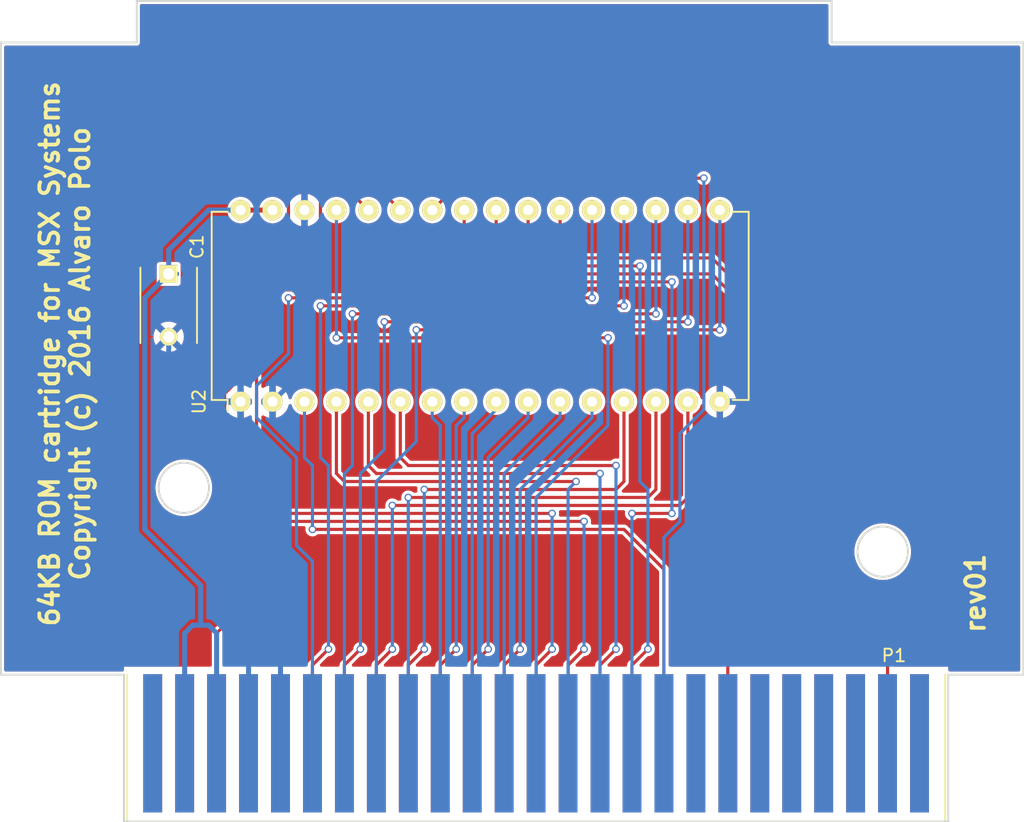
<source format=kicad_pcb>
(kicad_pcb (version 20211014) (generator pcbnew)
  (layers (0 "F.Cu" mixed) (31 "B.Cu" mixed) (34 "B.Paste" user) (35 "F.Paste" user) (36 "B.SilkS" user "B.Silkscreen") (37 "F.SilkS" user "F.Silkscreen") (38 "B.Mask" user) (39 "F.Mask" user) (44 "Edge.Cuts" user))
  (net 0 "")
  (net 1 "VCC")
  (net 2 "GND")
  (net 3 "/A9")
  (net 4 "/A11")
  (net 5 "/A7")
  (net 6 "/A12")
  (net 7 "/A14")
  (net 8 "/A1")
  (net 9 "/A3")
  (net 10 "/A5")
  (net 11 "/D1")
  (net 12 "/D3")
  (net 13 "/D5")
  (net 14 "/D7")
  (net 15 "Net-(P1-Pad44)")
  (net 16 "/D6")
  (net 17 "/D4")
  (net 18 "/D2")
  (net 19 "/D0")
  (net 20 "/A4")
  (net 21 "/A2")
  (net 22 "/A0")
  (net 23 "/A13")
  (net 24 "/A8")
  (net 25 "/A6")
  (net 26 "/A10")
  (net 27 "/A15")
  (net 28 "~{RD}")
  (net 29 "~{SLTSL}")
  (footprint "Housings_DIP:DIP-32_W15.24mm" (layer "F.Cu") (at 130.81 127.635 90)
    (fp_text reference "U2" (at 0 -3.302 90) (layer "F.SilkS"))
    (fp_text value "SST39SF010")
    (fp_line (start 15.105 -2.295) (end 15.105 -1.025) (layer "F.SilkS") (width 0.15))
    (fp_line (start 0.135 40.395) (end 15.105 40.395) (layer "F.SilkS") (width 0.15))
    (fp_line (start 15.105 40.395) (end 15.105 39.125) (layer "F.SilkS") (width 0.15))
    (fp_line (start 0.135 -2.295) (end 0.135 -1.025) (layer "F.SilkS") (width 0.15))
    (fp_line (start 0.135 -2.295) (end 15.105 -2.295) (layer "F.SilkS") (width 0.15))
    (fp_line (start 0.135 -1.025) (end -0.8 -1.025) (layer "F.SilkS") (width 0.15))
    (fp_line (start 0.135 40.395) (end 0.135 39.125) (layer "F.SilkS") (width 0.15))
    (pad "1" thru_hole oval locked (at 0 0 90) (size 1.6 1.6) (drill 0.8) (layers *.Cu *.Mask "F.SilkS") (net 2 "GND"))
    (pad "2" thru_hole oval locked (at 0 2.54 90) (size 1.6 1.6) (drill 0.8) (layers *.Cu *.Mask "F.SilkS") (net 2 "GND"))
    (pad "3" thru_hole oval locked (at 0 5.08 90) (size 1.6 1.6) (drill 0.8) (layers *.Cu *.Mask "F.SilkS") (net 27 "/A15"))
    (pad "4" thru_hole oval locked (at 0 7.62 90) (size 1.6 1.6) (drill 0.8) (layers *.Cu *.Mask "F.SilkS") (net 6 "/A12"))
    (pad "5" thru_hole oval locked (at 0 10.16 90) (size 1.6 1.6) (drill 0.8) (layers *.Cu *.Mask "F.SilkS") (net 5 "/A7"))
    (pad "6" thru_hole oval locked (at 0 12.7 90) (size 1.6 1.6) (drill 0.8) (layers *.Cu *.Mask "F.SilkS") (net 25 "/A6"))
    (pad "7" thru_hole oval locked (at 0 15.24 90) (size 1.6 1.6) (drill 0.8) (layers *.Cu *.Mask "F.SilkS") (net 10 "/A5"))
    (pad "8" thru_hole oval locked (at 0 17.78 90) (size 1.6 1.6) (drill 0.8) (layers *.Cu *.Mask "F.SilkS") (net 20 "/A4"))
    (pad "9" thru_hole oval locked (at 0 20.32 90) (size 1.6 1.6) (drill 0.8) (layers *.Cu *.Mask "F.SilkS") (net 9 "/A3"))
    (pad "10" thru_hole oval locked (at 0 22.86 90) (size 1.6 1.6) (drill 0.8) (layers *.Cu *.Mask "F.SilkS") (net 21 "/A2"))
    (pad "11" thru_hole oval locked (at 0 25.4 90) (size 1.6 1.6) (drill 0.8) (layers *.Cu *.Mask "F.SilkS") (net 8 "/A1"))
    (pad "12" thru_hole oval locked (at 0 27.94 90) (size 1.6 1.6) (drill 0.8) (layers *.Cu *.Mask "F.SilkS") (net 22 "/A0"))
    (pad "13" thru_hole oval locked (at 0 30.48 90) (size 1.6 1.6) (drill 0.8) (layers *.Cu *.Mask "F.SilkS") (net 19 "/D0"))
    (pad "14" thru_hole oval locked (at 0 33.02 90) (size 1.6 1.6) (drill 0.8) (layers *.Cu *.Mask "F.SilkS") (net 11 "/D1"))
    (pad "15" thru_hole oval locked (at 0 35.56 90) (size 1.6 1.6) (drill 0.8) (layers *.Cu *.Mask "F.SilkS") (net 18 "/D2"))
    (pad "16" thru_hole oval locked (at 0 38.1 90) (size 1.6 1.6) (drill 0.8) (layers *.Cu *.Mask "F.SilkS") (net 2 "GND"))
    (pad "17" thru_hole oval locked (at 15.24 38.1 90) (size 1.6 1.6) (drill 0.8) (layers *.Cu *.Mask "F.SilkS") (net 12 "/D3"))
    (pad "18" thru_hole oval locked (at 15.24 35.56 90) (size 1.6 1.6) (drill 0.8) (layers *.Cu *.Mask "F.SilkS") (net 17 "/D4"))
    (pad "19" thru_hole oval locked (at 15.24 33.02 90) (size 1.6 1.6) (drill 0.8) (layers *.Cu *.Mask "F.SilkS") (net 13 "/D5"))
    (pad "20" thru_hole oval locked (at 15.24 30.48 90) (size 1.6 1.6) (drill 0.8) (layers *.Cu *.Mask "F.SilkS") (net 16 "/D6"))
    (pad "21" thru_hole oval locked (at 15.24 27.94 90) (size 1.6 1.6) (drill 0.8) (layers *.Cu *.Mask "F.SilkS") (net 14 "/D7"))
    (pad "22" thru_hole oval locked (at 15.24 25.4 90) (size 1.6 1.6) (drill 0.8) (layers *.Cu *.Mask "F.SilkS") (net 29 "~{SLTSL}"))
    (pad "23" thru_hole oval locked (at 15.24 22.86 90) (size 1.6 1.6) (drill 0.8) (layers *.Cu *.Mask "F.SilkS") (net 26 "/A10"))
    (pad "24" thru_hole oval locked (at 15.24 20.32 90) (size 1.6 1.6) (drill 0.8) (layers *.Cu *.Mask "F.SilkS") (net 28 "~{RD}"))
    (pad "25" thru_hole oval locked (at 15.24 17.78 90) (size 1.6 1.6) (drill 0.8) (layers *.Cu *.Mask "F.SilkS") (net 4 "/A11"))
    (pad "26" thru_hole oval locked (at 15.24 15.24 90) (size 1.6 1.6) (drill 0.8) (layers *.Cu *.Mask "F.SilkS") (net 3 "/A9"))
    (pad "27" thru_hole oval locked (at 15.24 12.7 90) (size 1.6 1.6) (drill 0.8) (layers *.Cu *.Mask "F.SilkS") (net 24 "/A8"))
    (pad "28" thru_hole oval locked (at 15.24 10.16 90) (size 1.6 1.6) (drill 0.8) (layers *.Cu *.Mask "F.SilkS") (net 23 "/A13"))
    (pad "29" thru_hole oval locked (at 15.24 7.62 90) (size 1.6 1.6) (drill 0.8) (layers *.Cu *.Mask "F.SilkS") (net 7 "/A14"))
    (pad "30" thru_hole oval locked (at 15.24 5.08 90) (size 1.6 1.6) (drill 0.8) (layers *.Cu *.Mask "F.SilkS") (net 2 "GND"))
    (pad "31" thru_hole oval locked (at 15.24 2.54 90) (size 1.6 1.6) (drill 0.8) (layers *.Cu *.Mask "F.SilkS") (net 1 "VCC"))
    (pad "32" thru_hole oval locked (at 15.24 0 90) (size 1.6 1.6) (drill 0.8) (layers *.Cu *.Mask "F.SilkS") (net 1 "VCC"))
  )
  (footprint "msx:msx_cartridge" (layer "F.Cu") (at 154.305 154.94)
    (fp_text reference "P1" (at 28.448 -7.112) (layer "F.SilkS"))
    (fp_text value "CONN_02X25")
    (fp_line (start 32.512 6.096) (end 32.512 -5.588) (layer "F.SilkS") (width 0.15))
    (fp_line (start -32.512 6.096) (end -32.512 -5.588) (layer "F.SilkS") (width 0.15))
    (fp_line (start 32.512 6.096) (end -32.512 6.096) (layer "F.SilkS") (width 0.15))
    (pad "1" connect rect locked (at 30.48 -0.127) (size 1.5 11) (layers "B.Cu" "B.Mask"))
    (pad "2" connect rect locked (at 30.48 -0.127) (size 1.5 11) (layers "F.Cu" "F.Mask"))
    (pad "3" connect rect locked (at 27.94 -0.127) (size 1.5 11) (layers "B.Cu" "B.Mask"))
    (pad "4" connect rect locked (at 27.94 -0.127) (size 1.5 11) (layers "F.Cu" "F.Mask") (net 29 "~{SLTSL}"))
    (pad "5" connect rect locked (at 25.4 -0.127) (size 1.5 11) (layers "B.Cu" "B.Mask"))
    (pad "6" connect rect locked (at 25.4 -0.127) (size 1.5 11) (layers "F.Cu" "F.Mask"))
    (pad "7" connect rect locked (at 22.86 -0.127) (size 1.5 11) (layers "B.Cu" "B.Mask"))
    (pad "8" connect rect locked (at 22.86 -0.127) (size 1.5 11) (layers "F.Cu" "F.Mask"))
    (pad "9" connect rect locked (at 20.32 -0.127) (size 1.5 11) (layers "B.Cu" "B.Mask"))
    (pad "10" connect rect locked (at 20.32 -0.127) (size 1.5 11) (layers "F.Cu" "F.Mask"))
    (pad "11" connect rect locked (at 17.78 -0.127) (size 1.5 11) (layers "B.Cu" "B.Mask"))
    (pad "12" connect rect locked (at 17.78 -0.127) (size 1.5 11) (layers "F.Cu" "F.Mask"))
    (pad "13" connect rect locked (at 15.24 -0.127) (size 1.5 11) (layers "B.Cu" "B.Mask"))
    (pad "14" connect rect locked (at 15.24 -0.127) (size 1.5 11) (layers "F.Cu" "F.Mask") (net 28 "~{RD}"))
    (pad "15" connect rect locked (at 12.7 -0.127) (size 1.5 11) (layers "B.Cu" "B.Mask"))
    (pad "16" connect rect locked (at 12.7 -0.127) (size 1.5 11) (layers "F.Cu" "F.Mask"))
    (pad "17" connect rect locked (at 10.16 -0.127) (size 1.5 11) (layers "B.Cu" "B.Mask") (net 3 "/A9"))
    (pad "18" connect rect locked (at 10.16 -0.127) (size 1.5 11) (layers "F.Cu" "F.Mask") (net 27 "/A15"))
    (pad "19" connect rect locked (at 7.62 -0.127) (size 1.5 11) (layers "B.Cu" "B.Mask") (net 4 "/A11"))
    (pad "20" connect rect locked (at 7.62 -0.127) (size 1.5 11) (layers "F.Cu" "F.Mask") (net 26 "/A10"))
    (pad "21" connect rect locked (at 5.08 -0.127) (size 1.5 11) (layers "B.Cu" "B.Mask") (net 5 "/A7"))
    (pad "22" connect rect locked (at 5.08 -0.127) (size 1.5 11) (layers "F.Cu" "F.Mask") (net 25 "/A6"))
    (pad "23" connect rect locked (at 2.54 -0.127) (size 1.5 11) (layers "B.Cu" "B.Mask") (net 6 "/A12"))
    (pad "24" connect rect locked (at 2.54 -0.127) (size 1.5 11) (layers "F.Cu" "F.Mask") (net 24 "/A8"))
    (pad "25" connect rect locked (at 0 -0.127) (size 1.5 11) (layers "B.Cu" "B.Mask") (net 7 "/A14"))
    (pad "26" connect rect locked (at 0 -0.127) (size 1.5 11) (layers "F.Cu" "F.Mask") (net 23 "/A13"))
    (pad "27" connect rect locked (at -2.54 -0.127) (size 1.5 11) (layers "B.Cu" "B.Mask") (net 8 "/A1"))
    (pad "28" connect rect locked (at -2.54 -0.127) (size 1.5 11) (layers "F.Cu" "F.Mask") (net 22 "/A0"))
    (pad "29" connect rect locked (at -5.08 -0.127) (size 1.5 11) (layers "B.Cu" "B.Mask") (net 9 "/A3"))
    (pad "30" connect rect locked (at -5.08 -0.127) (size 1.5 11) (layers "F.Cu" "F.Mask") (net 21 "/A2"))
    (pad "31" connect rect locked (at -7.62 -0.127) (size 1.5 11) (layers "B.Cu" "B.Mask") (net 10 "/A5"))
    (pad "32" connect rect locked (at -7.62 -0.127) (size 1.5 11) (layers "F.Cu" "F.Mask") (net 20 "/A4"))
    (pad "33" connect rect locked (at -10.16 -0.127) (size 1.5 11) (layers "B.Cu" "B.Mask") (net 11 "/D1"))
    (pad "34" connect rect locked (at -10.16 -0.127) (size 1.5 11) (layers "F.Cu" "F.Mask") (net 19 "/D0"))
    (pad "35" connect rect locked (at -12.7 -0.127) (size 1.5 11) (layers "B.Cu" "B.Mask") (net 12 "/D3"))
    (pad "36" connect rect locked (at -12.7 -0.127) (size 1.5 11) (layers "F.Cu" "F.Mask") (net 18 "/D2"))
    (pad "37" connect rect locked (at -15.24 -0.127) (size 1.5 11) (layers "B.Cu" "B.Mask") (net 13 "/D5"))
    (pad "38" connect rect locked (at -15.24 -0.127) (size 1.5 11) (layers "F.Cu" "F.Mask") (net 17 "/D4"))
    (pad "39" connect rect locked (at -17.78 -0.127) (size 1.5 11) (layers "B.Cu" "B.Mask") (net 14 "/D7"))
    (pad "40" connect rect locked (at -17.78 -0.127) (size 1.5 11) (layers "F.Cu" "F.Mask") (net 16 "/D6"))
    (pad "41" connect rect locked (at -20.32 -0.127) (size 1.5 11) (layers "B.Cu" "B.Mask") (net 2 "GND"))
    (pad "42" connect rect locked (at -20.32 -0.127) (size 1.5 11) (layers "F.Cu" "F.Mask"))
    (pad "43" connect rect locked (at -22.86 -0.127) (size 1.5 11) (layers "B.Cu" "B.Mask") (net 2 "GND"))
    (pad "44" connect rect locked (at -22.86 -0.127) (size 1.5 11) (layers "F.Cu" "F.Mask") (net 15 "Net-(P1-Pad44)"))
    (pad "45" connect rect locked (at -25.4 -0.127) (size 1.5 11) (layers "B.Cu" "B.Mask") (net 1 "VCC"))
    (pad "46" connect rect locked (at -25.4 -0.127) (size 1.5 11) (layers "F.Cu" "F.Mask") (net 15 "Net-(P1-Pad44)"))
    (pad "47" connect rect locked (at -27.94 -0.127) (size 1.5 11) (layers "B.Cu" "B.Mask") (net 1 "VCC"))
    (pad "48" connect rect locked (at -27.94 -0.127) (size 1.5 11) (layers "F.Cu" "F.Mask"))
    (pad "49" connect rect locked (at -30.48 -0.127) (size 1.5 11) (layers "B.Cu" "B.Mask"))
    (pad "50" connect rect locked (at -30.48 -0.127) (size 1.5 11) (layers "F.Cu" "F.Mask"))
  )
  (footprint "Capacitors_ThroughHole:C_Disc_D6_P5" (layer "F.Cu") (at 125.095 117.475 -90)
    (fp_text reference "C1" (at -2.159 -2.25 -90) (layer "F.SilkS"))
    (fp_text value "100nF")
    (fp_line (start 5.5 2.25) (end -0.5 2.25) (layer "F.SilkS") (width 0.15))
    (fp_line (start -0.5 -2.25) (end 5.5 -2.25) (layer "F.SilkS") (width 0.15))
    (pad "1" thru_hole rect locked (at 0 0 270) (size 1.4 1.4) (drill 0.9) (layers *.Cu *.Mask "F.SilkS") (net 1 "VCC"))
    (pad "2" thru_hole circle locked (at 5 0 270) (size 1.4 1.4) (drill 0.9) (layers *.Cu *.Mask "F.SilkS") (net 2 "GND"))
  )
  (gr_line (start 187.071 161.036) (end 186.817 161.036) (layer "Edge.Cuts") (width 0.15))
  (gr_line (start 121.539 161.036) (end 121.539 149.352) (layer "Edge.Cuts") (width 0.15))
  (gr_line (start 177.8 95.758) (end 177.8 99.06) (layer "Edge.Cuts") (width 0.15))
  (gr_line (start 111.76 149.352) (end 111.76 99.06) (layer "Edge.Cuts") (width 0.15))
  (gr_line (start 177.8 99.06) (end 193.04 99.06) (layer "Edge.Cuts") (width 0.15))
  (gr_line (start 121.539 149.352) (end 111.76 149.352) (layer "Edge.Cuts") (width 0.15))
  (gr_line (start 121.539 161.036) (end 121.793 161.036) (layer "Edge.Cuts") (width 0.15))
  (gr_line (start 187.071 149.352) (end 193.04 149.352) (layer "Edge.Cuts") (width 0.15))
  (gr_circle (center 126.3 134.485) (end 124.3 134.485) (layer "Edge.Cuts") (width 0.15) (fill none))
  (gr_line (start 122.555 95.758) (end 122.555 99.06) (layer "Edge.Cuts") (width 0.15))
  (gr_line (start 111.76 99.06) (end 122.555 99.06) (layer "Edge.Cuts") (width 0.15))
  (gr_line (start 186.817 161.036) (end 121.793 161.036) (layer "Edge.Cuts") (width 0.15))
  (gr_circle (center 181.86 139.565) (end 183.86 139.565) (layer "Edge.Cuts") (width 0.15) (fill none))
  (gr_line (start 122.555 95.758) (end 177.8 95.758) (layer "Edge.Cuts") (width 0.15))
  (gr_line (start 193.04 99.06) (end 193.04 149.352) (layer "Edge.Cuts") (width 0.15))
  (gr_line (start 187.071 149.352) (end 187.071 161.036) (layer "Edge.Cuts") (width 0.15))
  (gr_text "rev01" (at 189.23 142.875 90) (layer "F.SilkS") (effects (font (size 1.5 1.5) (thickness 0.3))))
  (gr_text "64KB ROM cartridge for MSX Systems\nCopyright (c) 2016 Alvaro Polo\n" (at 116.84 123.825 90) (layer "F.SilkS") (effects (font (size 1.5 1.5) (thickness 0.3))))
  (segment (start 130.81 112.395) (end 133.35 112.395) (width 0.4) (layer "F.Cu") (net 1))
  (segment (start 127 145.415) (end 127.635 145.415) (width 0.4) (layer "B.Cu") (net 1))
  (segment (start 128.27 145.415) (end 128.905 146.05) (width 0.4) (layer "B.Cu") (net 1))
  (segment (start 127.635 145.415) (end 128.27 145.415) (width 0.4) (layer "B.Cu") (net 1))
  (segment (start 128.27 112.395) (end 125.095 115.57) (width 0.4) (layer "B.Cu") (net 1))
  (segment (start 125.095 115.57) (end 125.095 117.475) (width 0.4) (layer "B.Cu") (net 1))
  (segment (start 123.19 137.795) (end 127.635 142.24) (width 0.4) (layer "B.Cu") (net 1))
  (segment (start 126.365 154.813) (end 126.365 146.05) (width 0.4) (layer "B.Cu") (net 1))
  (segment (start 125.095 117.475) (end 125.73 117.475) (width 0.4) (layer "B.Cu") (net 1))
  (segment (start 123.19 137.795) (end 123.19 119.38) (width 0.4) (layer "B.Cu") (net 1))
  (segment (start 128.905 154.813) (end 128.905 146.05) (width 0.4) (layer "B.Cu") (net 1))
  (segment (start 127.635 145.415) (end 127.635 142.24) (width 0.4) (layer "B.Cu") (net 1))
  (segment (start 126.365 146.05) (end 127 145.415) (width 0.4) (layer "B.Cu") (net 1))
  (segment (start 130.81 112.395) (end 128.27 112.395) (width 0.4) (layer "B.Cu") (net 1))
  (segment (start 125.095 117.475) (end 123.19 119.38) (width 0.4) (layer "B.Cu") (net 1))
  (segment (start 133.985 148.59) (end 133.35 147.955) (width 0.4) (layer "B.Cu") (net 2))
  (segment (start 133.35 147.955) (end 132.08 147.955) (width 0.4) (layer "B.Cu") (net 2))
  (segment (start 132.08 147.955) (end 131.445 148.59) (width 0.4) (layer "B.Cu") (net 2))
  (segment (start 131.445 148.59) (end 131.445 154.813) (width 0.4) (layer "B.Cu") (net 2))
  (segment (start 125.095 125.095) (end 127.635 127.635) (width 0.4) (layer "B.Cu") (net 2))
  (segment (start 127.635 127.635) (end 130.81 127.635) (width 0.4) (layer "B.Cu") (net 2))
  (segment (start 135.89 125.095) (end 135.89 112.395) (width 0.4) (layer "B.Cu") (net 2))
  (segment (start 125.095 122.475) (end 125.095 125.095) (width 0.4) (layer "B.Cu") (net 2))
  (segment (start 133.985 154.813) (end 133.985 148.59) (width 0.4) (layer "B.Cu") (net 2))
  (segment (start 133.35 127.635) (end 135.89 125.095) (width 0.4) (layer "B.Cu") (net 2))
  (segment (start 167.64 109.855) (end 148.59 109.855) (width 0.25) (layer "F.Cu") (net 3))
  (segment (start 148.59 109.855) (end 146.05 112.395) (width 0.25) (layer "F.Cu") (net 3))
  (via (at 167.64 109.855) (size 0.6) (drill 0.4) (layers "F.Cu" "B.Cu") (net 3))
  (segment (start 164.465 138.43) (end 165.735 137.16) (width 0.25) (layer "B.Cu") (net 3))
  (segment (start 165.735 130.175) (end 167.64 128.27) (width 0.25) (layer "B.Cu") (net 3))
  (segment (start 167.64 128.27) (end 167.64 109.855) (width 0.25) (layer "B.Cu") (net 3))
  (segment (start 165.735 137.16) (end 165.735 130.175) (width 0.25) (layer "B.Cu") (net 3))
  (segment (start 164.465 154.813) (end 164.465 138.43) (width 0.25) (layer "B.Cu") (net 3))
  (segment (start 161.925 136.525) (end 165.1 136.525) (width 0.25) (layer "F.Cu") (net 4))
  (segment (start 165.1 118.11) (end 149.225 118.11) (width 0.25) (layer "F.Cu") (net 4))
  (segment (start 148.59 117.475) (end 149.225 118.11) (width 0.25) (layer "F.Cu") (net 4))
  (segment (start 148.59 112.395) (end 148.59 117.475) (width 0.25) (layer "F.Cu") (net 4))
  (via (at 161.925 136.525) (size 0.6) (drill 0.4) (layers "F.Cu" "B.Cu") (net 4))
  (via (at 165.1 118.11) (size 0.6) (drill 0.4) (layers "F.Cu" "B.Cu") (net 4))
  (via (at 165.1 136.525) (size 0.6) (drill 0.4) (layers "F.Cu" "B.Cu") (net 4))
  (segment (start 165.1 136.525) (end 165.1 118.11) (width 0.25) (layer "B.Cu") (net 4))
  (segment (start 161.925 154.813) (end 161.925 136.525) (width 0.25) (layer "B.Cu") (net 4))
  (segment (start 159.385 133.35) (end 141.605 133.35) (width 0.25) (layer "F.Cu") (net 5))
  (segment (start 141.605 133.35) (end 140.97 132.715) (width 0.25) (layer "F.Cu") (net 5))
  (segment (start 140.97 132.715) (end 140.97 127.635) (width 0.25) (layer "F.Cu") (net 5))
  (via (at 159.385 133.35) (size 0.6) (drill 0.4) (layers "F.Cu" "B.Cu") (net 5))
  (segment (start 159.385 154.813) (end 159.385 133.35) (width 0.25) (layer "B.Cu") (net 5))
  (segment (start 157.48 133.985) (end 139.065 133.985) (width 0.25) (layer "F.Cu") (net 6))
  (segment (start 139.065 133.985) (end 138.43 133.35) (width 0.25) (layer "F.Cu") (net 6))
  (segment (start 138.43 133.35) (end 138.43 127.635) (width 0.25) (layer "F.Cu") (net 6))
  (via (at 157.48 133.985) (size 0.6) (drill 0.4) (layers "F.Cu" "B.Cu") (net 6))
  (segment (start 156.845 134.62) (end 157.48 133.985) (width 0.25) (layer "B.Cu") (net 6))
  (segment (start 156.845 154.813) (end 156.845 134.62) (width 0.25) (layer "B.Cu") (net 6))
  (segment (start 160.02 122.555) (end 138.43 122.555) (width 0.25) (layer "F.Cu") (net 7))
  (via (at 138.43 122.555) (size 0.6) (drill 0.4) (layers "F.Cu" "B.Cu") (net 7))
  (via (at 160.02 122.555) (size 0.6) (drill 0.4) (layers "F.Cu" "B.Cu") (net 7))
  (segment (start 154.305 135.255) (end 160.02 129.54) (width 0.25) (layer "B.Cu") (net 7))
  (segment (start 160.02 129.54) (end 160.02 122.555) (width 0.25) (layer "B.Cu") (net 7))
  (segment (start 138.43 122.555) (end 138.43 112.395) (width 0.25) (layer "B.Cu") (net 7))
  (segment (start 154.305 154.813) (end 154.305 135.255) (width 0.25) (layer "B.Cu") (net 7))
  (segment (start 151.765 133.35) (end 156.21 128.905) (width 0.25) (layer "B.Cu") (net 8))
  (segment (start 156.21 128.905) (end 156.21 127.635) (width 0.25) (layer "B.Cu") (net 8))
  (segment (start 151.765 135.89) (end 151.765 133.35) (width 0.25) (layer "B.Cu") (net 8))
  (segment (start 151.765 154.813) (end 151.765 136.525) (width 0.25) (layer "B.Cu") (net 8))
  (segment (start 151.765 136.525) (end 151.765 135.89) (width 0.25) (layer "B.Cu") (net 8))
  (segment (start 149.225 130.175) (end 151.13 128.27) (width 0.25) (layer "B.Cu") (net 9))
  (segment (start 151.13 128.27) (end 151.13 127.635) (width 0.25) (layer "B.Cu") (net 9))
  (segment (start 149.225 154.813) (end 149.225 136.525) (width 0.25) (layer "B.Cu") (net 9))
  (segment (start 149.225 136.525) (end 149.225 130.175) (width 0.25) (layer "B.Cu") (net 9))
  (segment (start 146.685 129.54) (end 146.05 128.905) (width 0.25) (layer "B.Cu") (net 10))
  (segment (start 146.05 128.905) (end 146.05 127.635) (width 0.25) (layer "B.Cu") (net 10))
  (segment (start 146.685 154.813) (end 146.685 135.255) (width 0.25) (layer "B.Cu") (net 10))
  (segment (start 146.685 135.255) (end 146.685 129.54) (width 0.25) (layer "B.Cu") (net 10))
  (segment (start 144.145 135.255) (end 163.195 135.255) (width 0.25) (layer "F.Cu") (net 11))
  (segment (start 163.195 135.255) (end 163.83 134.62) (width 0.25) (layer "F.Cu") (net 11))
  (segment (start 163.83 134.62) (end 163.83 127.635) (width 0.25) (layer "F.Cu") (net 11))
  (via (at 144.145 135.255) (size 0.6) (drill 0.4) (layers "F.Cu" "B.Cu") (net 11))
  (segment (start 144.145 154.813) (end 144.145 135.255) (width 0.25) (layer "B.Cu") (net 11))
  (segment (start 144.78 121.92) (end 168.91 121.92) (width 0.25) (layer "F.Cu") (net 12))
  (via (at 168.91 121.92) (size 0.6) (drill 0.4) (layers "F.Cu" "B.Cu") (net 12))
  (via (at 144.78 121.92) (size 0.6) (drill 0.4) (layers "F.Cu" "B.Cu") (net 12))
  (segment (start 168.91 121.92) (end 168.91 112.395) (width 0.25) (layer "B.Cu") (net 12))
  (segment (start 144.78 130.175) (end 144.78 121.92) (width 0.25) (layer "B.Cu") (net 12))
  (segment (start 144.78 130.81) (end 141.605 133.985) (width 0.25) (layer "B.Cu") (net 12))
  (segment (start 141.605 154.813) (end 141.605 133.985) (width 0.25) (layer "B.Cu") (net 12))
  (segment (start 144.78 130.175) (end 144.78 130.81) (width 0.25) (layer "B.Cu") (net 12))
  (segment (start 139.7 120.65) (end 163.83 120.65) (width 0.25) (layer "F.Cu") (net 13))
  (via (at 163.83 120.65) (size 0.6) (drill 0.4) (layers "F.Cu" "B.Cu") (net 13))
  (via (at 139.7 120.65) (size 0.6) (drill 0.4) (layers "F.Cu" "B.Cu") (net 13))
  (segment (start 163.83 120.65) (end 163.83 112.395) (width 0.25) (layer "B.Cu") (net 13))
  (segment (start 139.065 133.35) (end 139.7 132.715) (width 0.25) (layer "B.Cu") (net 13))
  (segment (start 139.7 132.715) (end 139.7 120.65) (width 0.25) (layer "B.Cu") (net 13))
  (segment (start 139.065 154.813) (end 139.065 133.35) (width 0.25) (layer "B.Cu") (net 13))
  (segment (start 134.62 119.38) (end 158.75 119.38) (width 0.25) (layer "F.Cu") (net 14))
  (via (at 158.75 119.38) (size 0.6) (drill 0.4) (layers "F.Cu" "B.Cu") (net 14))
  (via (at 134.62 119.38) (size 0.6) (drill 0.4) (layers "F.Cu" "B.Cu") (net 14))
  (segment (start 158.75 119.38) (end 158.75 112.395) (width 0.25) (layer "B.Cu") (net 14))
  (segment (start 132.08 128.905) (end 132.08 126.365) (width 0.25) (layer "B.Cu") (net 14))
  (segment (start 132.08 126.365) (end 134.62 123.825) (width 0.25) (layer "B.Cu") (net 14))
  (segment (start 134.62 123.825) (end 134.62 119.38) (width 0.25) (layer "B.Cu") (net 14))
  (segment (start 135.255 132.08) (end 134.62 131.445) (width 0.25) (layer "B.Cu") (net 14))
  (segment (start 135.255 139.065) (end 136.525 140.335) (width 0.25) (layer "B.Cu") (net 14))
  (segment (start 135.255 132.08) (end 135.255 139.065) (width 0.25) (layer "B.Cu") (net 14))
  (segment (start 134.62 131.445) (end 132.08 128.905) (width 0.25) (layer "B.Cu") (net 14))
  (segment (start 136.525 154.813) (end 136.525 140.335) (width 0.25) (layer "B.Cu") (net 14))
  (segment (start 128.905 146.05) (end 129.54 145.415) (width 0.25) (layer "F.Cu") (net 15))
  (segment (start 129.54 145.415) (end 130.81 145.415) (width 0.25) (layer "F.Cu") (net 15))
  (segment (start 130.81 145.415) (end 131.445 146.05) (width 0.25) (layer "F.Cu") (net 15))
  (segment (start 131.445 146.05) (end 131.445 154.813) (width 0.25) (layer "F.Cu") (net 15))
  (segment (start 128.905 154.813) (end 128.905 146.05) (width 0.25) (layer "F.Cu") (net 15))
  (segment (start 137.16 120.015) (end 161.29 120.015) (width 0.25) (layer "F.Cu") (net 16))
  (segment (start 136.525 148.59) (end 137.795 147.32) (width 0.25) (layer "F.Cu") (net 16))
  (segment (start 136.525 154.813) (end 136.525 148.59) (width 0.25) (layer "F.Cu") (net 16))
  (via (at 161.29 120.015) (size 0.6) (drill 0.4) (layers "F.Cu" "B.Cu") (net 16))
  (via (at 137.795 147.32) (size 0.6) (drill 0.4) (layers "F.Cu" "B.Cu") (net 16))
  (via (at 137.16 120.015) (size 0.6) (drill 0.4) (layers "F.Cu" "B.Cu") (net 16))
  (segment (start 161.29 120.015) (end 161.29 112.395) (width 0.25) (layer "B.Cu") (net 16))
  (segment (start 137.795 147.32) (end 137.795 133.35) (width 0.25) (layer "B.Cu") (net 16))
  (segment (start 137.795 132.715) (end 137.16 132.08) (width 0.25) (layer "B.Cu") (net 16))
  (segment (start 137.16 132.08) (end 137.16 120.015) (width 0.25) (layer "B.Cu") (net 16))
  (segment (start 137.795 133.35) (end 137.795 132.715) (width 0.25) (layer "B.Cu") (net 16))
  (segment (start 142.24 121.285) (end 166.37 121.285) (width 0.25) (layer "F.Cu") (net 17))
  (segment (start 139.065 148.59) (end 140.335 147.32) (width 0.25) (layer "F.Cu") (net 17))
  (segment (start 139.065 154.813) (end 139.065 148.59) (width 0.25) (layer "F.Cu") (net 17))
  (via (at 140.335 147.32) (size 0.6) (drill 0.4) (layers "F.Cu" "B.Cu") (net 17))
  (via (at 142.24 121.285) (size 0.6) (drill 0.4) (layers "F.Cu" "B.Cu") (net 17))
  (via (at 166.37 121.285) (size 0.6) (drill 0.4) (layers "F.Cu" "B.Cu") (net 17))
  (segment (start 166.37 121.285) (end 166.37 112.395) (width 0.25) (layer "B.Cu") (net 17))
  (segment (start 140.335 147.32) (end 140.335 135.89) (width 0.25) (layer "B.Cu") (net 17))
  (segment (start 140.335 135.89) (end 140.335 133.35) (width 0.25) (layer "B.Cu") (net 17))
  (segment (start 140.335 133.35) (end 142.24 131.445) (width 0.25) (layer "B.Cu") (net 17))
  (segment (start 142.24 131.445) (end 142.24 121.285) (width 0.25) (layer "B.Cu") (net 17))
  (segment (start 141.605 148.59) (end 142.875 147.32) (width 0.25) (layer "F.Cu") (net 18))
  (segment (start 142.875 135.89) (end 165.735 135.89) (width 0.25) (layer "F.Cu") (net 18))
  (segment (start 165.735 135.89) (end 166.37 135.255) (width 0.25) (layer "F.Cu") (net 18))
  (segment (start 166.37 135.255) (end 166.37 127.635) (width 0.25) (layer "F.Cu") (net 18))
  (segment (start 141.605 154.813) (end 141.605 148.59) (width 0.25) (layer "F.Cu") (net 18))
  (via (at 142.875 147.32) (size 0.6) (drill 0.4) (layers "F.Cu" "B.Cu") (net 18))
  (via (at 142.875 135.89) (size 0.6) (drill 0.4) (layers "F.Cu" "B.Cu") (net 18))
  (segment (start 142.875 147.32) (end 142.875 135.89) (width 0.25) (layer "B.Cu") (net 18))
  (segment (start 144.145 148.59) (end 145.415 147.32) (width 0.25) (layer "F.Cu") (net 19))
  (segment (start 145.415 134.62) (end 160.655 134.62) (width 0.25) (layer "F.Cu") (net 19))
  (segment (start 160.655 134.62) (end 161.29 133.985) (width 0.25) (layer "F.Cu") (net 19))
  (segment (start 161.29 133.985) (end 161.29 127.635) (width 0.25) (layer "F.Cu") (net 19))
  (segment (start 144.145 154.813) (end 144.145 148.59) (width 0.25) (layer "F.Cu") (net 19))
  (via (at 145.415 134.62) (size 0.6) (drill 0.4) (layers "F.Cu" "B.Cu") (net 19))
  (via (at 145.415 147.32) (size 0.6) (drill 0.4) (layers "F.Cu" "B.Cu") (net 19))
  (segment (start 145.415 147.32) (end 145.415 134.62) (width 0.25) (layer "B.Cu") (net 19))
  (segment (start 146.685 148.59) (end 147.955 147.32) (width 0.25) (layer "F.Cu") (net 20))
  (segment (start 146.685 154.813) (end 146.685 148.59) (width 0.25) (layer "F.Cu") (net 20))
  (via (at 147.955 147.32) (size 0.6) (drill 0.4) (layers "F.Cu" "B.Cu") (net 20))
  (segment (start 147.955 147.32) (end 147.955 135.255) (width 0.25) (layer "B.Cu") (net 20))
  (segment (start 147.955 129.54) (end 148.59 128.905) (width 0.25) (layer "B.Cu") (net 20))
  (segment (start 148.59 128.905) (end 148.59 127.635) (width 0.25) (layer "B.Cu") (net 20))
  (segment (start 147.955 135.255) (end 147.955 129.54) (width 0.25) (layer "B.Cu") (net 20))
  (segment (start 149.225 148.59) (end 150.495 147.32) (width 0.25) (layer "F.Cu") (net 21))
  (segment (start 149.225 154.813) (end 149.225 148.59) (width 0.25) (layer "F.Cu") (net 21))
  (via (at 150.495 147.32) (size 0.6) (drill 0.4) (layers "F.Cu" "B.Cu") (net 21))
  (segment (start 150.495 147.32) (end 150.495 136.525) (width 0.25) (layer "B.Cu") (net 21))
  (segment (start 150.495 132.08) (end 153.67 128.905) (width 0.25) (layer "B.Cu") (net 21))
  (segment (start 153.67 128.905) (end 153.67 127.635) (width 0.25) (layer "B.Cu") (net 21))
  (segment (start 150.495 135.89) (end 150.495 135.255) (width 0.25) (layer "B.Cu") (net 21))
  (segment (start 150.495 136.525) (end 150.495 135.89) (width 0.25) (layer "B.Cu") (net 21))
  (segment (start 150.495 135.255) (end 150.495 132.08) (width 0.25) (layer "B.Cu") (net 21))
  (segment (start 151.765 148.59) (end 153.035 147.32) (width 0.25) (layer "F.Cu") (net 22))
  (segment (start 151.765 154.813) (end 151.765 148.59) (width 0.25) (layer "F.Cu") (net 22))
  (via (at 153.035 147.32) (size 0.6) (drill 0.4) (layers "F.Cu" "B.Cu") (net 22))
  (segment (start 153.035 147.32) (end 153.035 136.525) (width 0.25) (layer "B.Cu") (net 22))
  (segment (start 153.035 134.62) (end 158.75 128.905) (width 0.25) (layer "B.Cu") (net 22))
  (segment (start 158.75 128.905) (end 158.75 127.635) (width 0.25) (layer "B.Cu") (net 22))
  (segment (start 153.035 136.525) (end 153.035 134.62) (width 0.25) (layer "B.Cu") (net 22))
  (segment (start 154.305 148.59) (end 155.575 147.32) (width 0.25) (layer "F.Cu") (net 23))
  (segment (start 155.575 136.525) (end 132.715 136.525) (width 0.25) (layer "F.Cu") (net 23))
  (segment (start 132.715 136.525) (end 132.08 135.89) (width 0.25) (layer "F.Cu") (net 23))
  (segment (start 132.08 135.89) (end 132.08 119.38) (width 0.25) (layer "F.Cu") (net 23))
  (segment (start 132.08 119.38) (end 132.715 118.745) (width 0.25) (layer "F.Cu") (net 23))
  (segment (start 132.715 118.745) (end 135.89 118.745) (width 0.25) (layer "F.Cu") (net 23))
  (segment (start 139.065 110.49) (end 137.795 110.49) (width 0.25) (layer "F.Cu") (net 23))
  (segment (start 137.795 110.49) (end 137.16 111.125) (width 0.25) (layer "F.Cu") (net 23))
  (segment (start 137.16 111.125) (end 137.16 117.475) (width 0.25) (layer "F.Cu") (net 23))
  (segment (start 137.16 117.475) (end 135.89 118.745) (width 0.25) (layer "F.Cu") (net 23))
  (segment (start 154.305 154.813) (end 154.305 148.59) (width 0.25) (layer "F.Cu") (net 23))
  (segment (start 140.97 112.395) (end 139.065 110.49) (width 0.25) (layer "F.Cu") (net 23))
  (via (at 155.575 147.32) (size 0.6) (drill 0.4) (layers "F.Cu" "B.Cu") (net 23))
  (via (at 155.575 136.525) (size 0.6) (drill 0.4) (layers "F.Cu" "B.Cu") (net 23))
  (segment (start 155.575 147.32) (end 155.575 136.525) (width 0.25) (layer "B.Cu") (net 23))
  (segment (start 156.845 148.59) (end 158.115 147.32) (width 0.25) (layer "F.Cu") (net 24))
  (segment (start 140.97 109.855) (end 137.795 109.855) (width 0.25) (layer "F.Cu") (net 24))
  (segment (start 137.795 109.855) (end 135.89 109.855) (width 0.25) (layer "F.Cu") (net 24))
  (segment (start 135.89 109.855) (end 134.62 111.125) (width 0.25) (layer "F.Cu") (net 24))
  (segment (start 134.62 111.125) (end 134.62 116.84) (width 0.25) (layer "F.Cu") (net 24))
  (segment (start 134.62 116.84) (end 133.35 118.11) (width 0.25) (layer "F.Cu") (net 24))
  (segment (start 129.54 128.905) (end 129.54 127) (width 0.25) (layer "F.Cu") (net 24))
  (segment (start 129.54 129.54) (end 131.445 131.445) (width 0.25) (layer "F.Cu") (net 24))
  (segment (start 131.445 131.445) (end 131.445 136.525) (width 0.25) (layer "F.Cu") (net 24))
  (segment (start 153.035 137.16) (end 132.08 137.16) (width 0.25) (layer "F.Cu") (net 24))
  (segment (start 132.08 137.16) (end 131.445 136.525) (width 0.25) (layer "F.Cu") (net 24))
  (segment (start 131.445 125.095) (end 131.445 118.745) (width 0.25) (layer "F.Cu") (net 24))
  (segment (start 131.445 118.745) (end 132.08 118.11) (width 0.25) (layer "F.Cu") (net 24))
  (segment (start 132.08 118.11) (end 133.35 118.11) (width 0.25) (layer "F.Cu") (net 24))
  (segment (start 156.845 137.16) (end 153.035 137.16) (width 0.25) (layer "F.Cu") (net 24))
  (segment (start 158.115 147.32) (end 156.845 148.59) (width 0.25) (layer "F.Cu") (net 24))
  (segment (start 156.845 148.59) (end 156.845 154.813) (width 0.25) (layer "F.Cu") (net 24))
  (segment (start 143.51 112.395) (end 140.97 109.855) (width 0.25) (layer "F.Cu") (net 24))
  (segment (start 129.54 128.905) (end 129.54 129.54) (width 0.25) (layer "F.Cu") (net 24))
  (segment (start 129.54 127) (end 131.445 125.095) (width 0.25) (layer "F.Cu") (net 24))
  (segment (start 156.845 154.813) (end 156.845 148.59) (width 0.25) (layer "F.Cu") (net 24))
  (segment (start 156.845 137.16) (end 158.115 137.16) (width 0.25) (layer "F.Cu") (net 24))
  (via (at 158.115 137.16) (size 0.6) (drill 0.4) (layers "F.Cu" "B.Cu") (net 24))
  (via (at 158.115 147.32) (size 0.6) (drill 0.4) (layers "F.Cu" "B.Cu") (net 24))
  (segment (start 158.115 137.16) (end 158.115 147.32) (width 0.25) (layer "B.Cu") (net 24))
  (segment (start 159.385 148.59) (end 160.655 147.32) (width 0.25) (layer "F.Cu") (net 25))
  (segment (start 160.655 132.715) (end 144.145 132.715) (width 0.25) (layer "F.Cu") (net 25))
  (segment (start 144.145 132.715) (end 143.51 132.08) (width 0.25) (layer "F.Cu") (net 25))
  (segment (start 143.51 132.08) (end 143.51 127.635) (width 0.25) (layer "F.Cu") (net 25))
  (segment (start 159.385 154.813) (end 159.385 148.59) (width 0.25) (layer "F.Cu") (net 25))
  (via (at 160.655 147.32) (size 0.6) (drill 0.4) (layers "F.Cu" "B.Cu") (net 25))
  (via (at 160.655 132.715) (size 0.6) (drill 0.4) (layers "F.Cu" "B.Cu") (net 25))
  (segment (start 160.655 147.32) (end 160.655 132.715) (width 0.25) (layer "B.Cu") (net 25))
  (segment (start 161.925 148.59) (end 163.195 147.32) (width 0.25) (layer "F.Cu") (net 26))
  (segment (start 162.56 116.84) (end 154.305 116.84) (width 0.25) (layer "F.Cu") (net 26))
  (segment (start 154.305 116.84) (end 153.67 116.205) (width 0.25) (layer "F.Cu") (net 26))
  (segment (start 153.67 116.205) (end 153.67 112.395) (width 0.25) (layer "F.Cu") (net 26))
  (segment (start 161.925 154.813) (end 161.925 148.59) (width 0.25) (layer "F.Cu") (net 26))
  (via (at 163.195 147.32) (size 0.6) (drill 0.4) (layers "F.Cu" "B.Cu") (net 26))
  (via (at 162.56 116.84) (size 0.6) (drill 0.4) (layers "F.Cu" "B.Cu") (net 26))
  (segment (start 163.195 147.32) (end 163.195 137.795) (width 0.25) (layer "B.Cu") (net 26))
  (segment (start 163.195 137.795) (end 163.195 134.62) (width 0.25) (layer "B.Cu") (net 26))
  (segment (start 163.195 134.62) (end 162.56 133.985) (width 0.25) (layer "B.Cu") (net 26))
  (segment (start 162.56 133.985) (end 162.56 116.84) (width 0.25) (layer "B.Cu") (net 26))
  (segment (start 164.465 140.97) (end 161.29 137.795) (width 0.25) (layer "F.Cu") (net 27))
  (segment (start 161.29 137.795) (end 137.16 137.795) (width 0.25) (layer "F.Cu") (net 27))
  (segment (start 164.465 154.813) (end 164.465 140.97) (width 0.25) (layer "F.Cu") (net 27))
  (segment (start 137.16 137.795) (end 136.525 137.795) (width 0.25) (layer "F.Cu") (net 27))
  (via (at 136.525 137.795) (size 0.6) (drill 0.4) (layers "F.Cu" "B.Cu") (net 27))
  (segment (start 136.525 137.795) (end 136.525 132.715) (width 0.25) (layer "B.Cu") (net 27))
  (segment (start 136.525 132.715) (end 135.89 132.08) (width 0.25) (layer "B.Cu") (net 27))
  (segment (start 135.89 132.08) (end 135.89 127.635) (width 0.25) (layer "B.Cu") (net 27))
  (segment (start 151.13 116.84) (end 151.765 117.475) (width 0.25) (layer "F.Cu") (net 28))
  (segment (start 151.765 117.475) (end 168.275 117.475) (width 0.25) (layer "F.Cu") (net 28))
  (segment (start 168.275 117.475) (end 170.815 120.015) (width 0.25) (layer "F.Cu") (net 28))
  (segment (start 170.815 120.015) (end 170.815 128.905) (width 0.25) (layer "F.Cu") (net 28))
  (segment (start 170.815 137.795) (end 169.545 139.065) (width 0.25) (layer "F.Cu") (net 28))
  (segment (start 169.545 139.065) (end 169.545 154.813) (width 0.25) (layer "F.Cu") (net 28))
  (segment (start 170.815 128.905) (end 170.815 137.795) (width 0.25) (layer "F.Cu") (net 28))
  (segment (start 151.13 112.395) (end 151.13 116.84) (width 0.25) (layer "F.Cu") (net 28))
  (segment (start 156.21 115.57) (end 156.845 116.205) (width 0.25) (layer "F.Cu") (net 29))
  (segment (start 156.845 116.205) (end 168.275 116.205) (width 0.25) (layer "F.Cu") (net 29))
  (segment (start 182.245 148.59) (end 182.245 154.813) (width 0.25) (layer "F.Cu") (net 29))
  (segment (start 177.165 143.51) (end 182.245 148.59) (width 0.25) (layer "F.Cu") (net 29))
  (segment (start 171.45 137.795) (end 171.45 119.38) (width 0.25) (layer "F.Cu") (net 29))
  (segment (start 171.45 119.38) (end 168.275 116.205) (width 0.25) (layer "F.Cu") (net 29))
  (segment (start 177.165 143.51) (end 171.45 137.795) (width 0.25) (layer "F.Cu") (net 29))
  (segment (start 156.21 112.395) (end 156.21 115.57) (width 0.25) (layer "F.Cu") (net 29))
  (zone (net 2) (net_name "GND") (layer "F.Cu") (connect_pads (clearance 0.254)) (min_thickness 0.254) (fill yes (thermal_gap 0.508) (thermal_bridge_width 0.508))
    (polygon (pts (xy 111.76 99.06) (xy 122.555 99.06) (xy 122.555 95.758) (xy 177.8 95.758) (xy 177.8 99.06) (xy 193.04 99.06) (xy 193.04 149.352) (xy 187.071 149.352) (xy 187.071 148.717) (xy 121.539 148.717) (xy 121.539 149.352) (xy 111.76 149.352)))
  )
  (zone (net 2) (net_name "GND") (layer "B.Cu") (connect_pads (clearance 0.254)) (min_thickness 0.254) (fill yes (thermal_gap 0.508) (thermal_bridge_width 0.508))
    (polygon (pts (xy 111.76 149.352) (xy 121.539 149.352) (xy 121.539 148.717) (xy 187.071 148.717) (xy 187.071 149.352) (xy 193.04 149.352) (xy 193.04 99.06) (xy 177.8 99.06) (xy 177.8 95.758) (xy 122.555 95.758) (xy 122.555 99.06) (xy 111.76 99.06)))
  )
)
</source>
